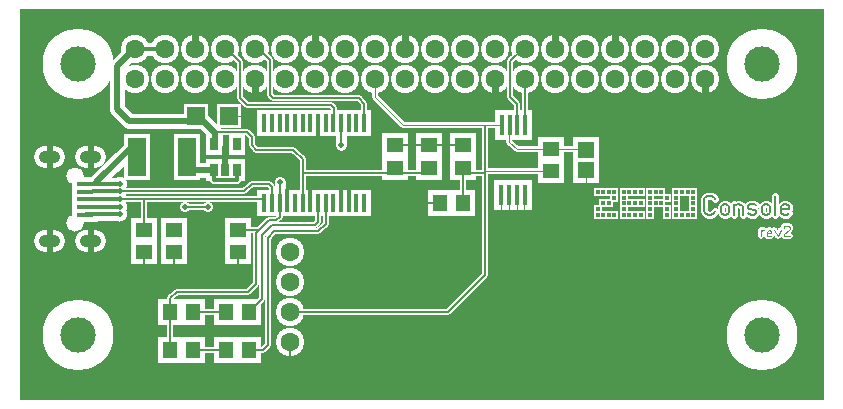
<source format=gbr>
%FSLAX34Y34*%
%MOMM*%
%LNCOPPER_TOP*%
G71*
G01*
%ADD10C, 0.00*%
%ADD11C, 6.00*%
%ADD12C, 2.40*%
%ADD13R, 1.22X2.12*%
%ADD14R, 1.45X1.86*%
%ADD15C, 0.30*%
%ADD16R, 2.30X4.00*%
%ADD17C, 1.30*%
%ADD18C, 0.90*%
%ADD19C, 1.10*%
%ADD20C, 0.95*%
%ADD21C, 1.30*%
%ADD22C, 0.50*%
%ADD23C, 0.70*%
%ADD24R, 1.22X2.58*%
%ADD25C, 0.55*%
%ADD26R, 2.10X2.20*%
%ADD27R, 2.20X2.10*%
%ADD28C, 0.15*%
%ADD29C, 0.10*%
%ADD30C, 0.60*%
%ADD31R, 0.70X0.70*%
%ADD32C, 0.51*%
%ADD33R, 2.00X2.00*%
%ADD34R, 1.80X1.80*%
%ADD35C, 1.85*%
%ADD36R, 2.20X1.20*%
%ADD37C, 1.46*%
%ADD38C, 1.47*%
%ADD39C, 0.53*%
%ADD40C, 3.00*%
%ADD41C, 1.60*%
%ADD42R, 0.42X1.32*%
%ADD43R, 0.65X1.06*%
%ADD44R, 1.50X3.20*%
%ADD45C, 0.50*%
%ADD46R, 0.42X1.78*%
%ADD47R, 1.30X1.40*%
%ADD48R, 1.40X1.30*%
%ADD49C, 0.20*%
%ADD50R, 0.30X0.30*%
%ADD51C, 0.11*%
%ADD52R, 1.60X1.60*%
%ADD53R, 1.40X1.40*%
%ADD54C, 1.05*%
%ADD55R, 1.40X0.40*%
%LPD*%
G54D10*
X0Y1000000D02*
X680000Y1000000D01*
X680000Y670000D01*
X0Y670000D01*
X0Y1000000D01*
G36*
X0Y1000000D02*
X680000Y1000000D01*
X680000Y670000D01*
X0Y670000D01*
X0Y1000000D01*
G37*
%LPC*%
X48816Y954088D02*
G54D11*
D03*
X628253Y724694D02*
G54D11*
D03*
X48816Y724694D02*
G54D11*
D03*
X628253Y954088D02*
G54D11*
D03*
X580231Y966788D02*
G54D12*
D03*
X580230Y941384D02*
G54D12*
D03*
X554831Y966788D02*
G54D12*
D03*
X554831Y941388D02*
G54D12*
D03*
X529431Y966788D02*
G54D12*
D03*
X529431Y941388D02*
G54D12*
D03*
X504030Y966784D02*
G54D12*
D03*
X504031Y941388D02*
G54D12*
D03*
X478631Y966788D02*
G54D12*
D03*
X478631Y941388D02*
G54D12*
D03*
X453230Y966784D02*
G54D12*
D03*
X453231Y941388D02*
G54D12*
D03*
X427831Y966788D02*
G54D12*
D03*
X427831Y941388D02*
G54D12*
D03*
X402431Y966788D02*
G54D12*
D03*
X402430Y941384D02*
G54D12*
D03*
X377031Y966788D02*
G54D12*
D03*
X377031Y941388D02*
G54D12*
D03*
X351631Y966788D02*
G54D12*
D03*
X351631Y941388D02*
G54D12*
D03*
X326230Y966784D02*
G54D12*
D03*
X326231Y941388D02*
G54D12*
D03*
X300831Y966788D02*
G54D12*
D03*
X300831Y941388D02*
G54D12*
D03*
X275431Y966788D02*
G54D12*
D03*
X275431Y941388D02*
G54D12*
D03*
X250030Y966784D02*
G54D12*
D03*
X250031Y941388D02*
G54D12*
D03*
X224631Y966788D02*
G54D12*
D03*
X224631Y941388D02*
G54D12*
D03*
X199231Y966788D02*
G54D12*
D03*
X199230Y941384D02*
G54D12*
D03*
X173831Y966788D02*
G54D12*
D03*
X173831Y941388D02*
G54D12*
D03*
X148430Y966784D02*
G54D12*
D03*
X123031Y966788D02*
G54D12*
D03*
X97631Y966788D02*
G54D12*
D03*
X148431Y941388D02*
G54D12*
D03*
X123031Y941388D02*
G54D12*
D03*
X97631Y941388D02*
G54D12*
D03*
X291272Y835606D02*
G54D13*
D03*
X284772Y835606D02*
G54D13*
D03*
X278272Y835606D02*
G54D13*
D03*
X271772Y835606D02*
G54D13*
D03*
X265272Y835606D02*
G54D13*
D03*
X258772Y835606D02*
G54D13*
D03*
X252272Y835606D02*
G54D13*
D03*
X245772Y835606D02*
G54D13*
D03*
X239272Y835606D02*
G54D13*
D03*
X232772Y835606D02*
G54D13*
D03*
X226272Y835606D02*
G54D13*
D03*
X219772Y835606D02*
G54D13*
D03*
X213272Y835606D02*
G54D13*
D03*
X206772Y835606D02*
G54D13*
D03*
X291272Y904478D02*
G54D13*
D03*
X284772Y904478D02*
G54D13*
D03*
X278272Y904478D02*
G54D13*
D03*
X271772Y904478D02*
G54D13*
D03*
X265272Y904478D02*
G54D13*
D03*
X258772Y904478D02*
G54D13*
D03*
X252272Y904478D02*
G54D13*
D03*
X245772Y904478D02*
G54D13*
D03*
X239272Y904478D02*
G54D13*
D03*
X232772Y904478D02*
G54D13*
D03*
X226272Y904478D02*
G54D13*
D03*
X219772Y904478D02*
G54D13*
D03*
X213272Y904478D02*
G54D13*
D03*
X206772Y904478D02*
G54D13*
D03*
X291272Y903684D02*
G54D13*
D03*
X284772Y903684D02*
G54D13*
D03*
X278272Y903684D02*
G54D13*
D03*
X271772Y903684D02*
G54D13*
D03*
X265272Y903684D02*
G54D13*
D03*
X258772Y903684D02*
G54D13*
D03*
X252272Y903684D02*
G54D13*
D03*
X245772Y903684D02*
G54D13*
D03*
X239272Y903684D02*
G54D13*
D03*
X232772Y903684D02*
G54D13*
D03*
X226272Y903684D02*
G54D13*
D03*
X219772Y903684D02*
G54D13*
D03*
X213272Y903684D02*
G54D13*
D03*
X206772Y903684D02*
G54D13*
D03*
X291272Y836400D02*
G54D13*
D03*
X284772Y836400D02*
G54D13*
D03*
X278272Y836400D02*
G54D13*
D03*
X271772Y836400D02*
G54D13*
D03*
X265272Y836400D02*
G54D13*
D03*
X258772Y836400D02*
G54D13*
D03*
X252272Y836400D02*
G54D13*
D03*
X245772Y836400D02*
G54D13*
D03*
X239272Y836400D02*
G54D13*
D03*
X232772Y836400D02*
G54D13*
D03*
X226272Y836400D02*
G54D13*
D03*
X219772Y836400D02*
G54D13*
D03*
X213272Y836400D02*
G54D13*
D03*
X206772Y836400D02*
G54D13*
D03*
X291272Y836797D02*
G54D13*
D03*
X284772Y836797D02*
G54D13*
D03*
X278272Y836797D02*
G54D13*
D03*
X271772Y836797D02*
G54D13*
D03*
X265272Y836797D02*
G54D13*
D03*
X258772Y836797D02*
G54D13*
D03*
X252272Y836797D02*
G54D13*
D03*
X245772Y836797D02*
G54D13*
D03*
X239272Y836797D02*
G54D13*
D03*
X232772Y836797D02*
G54D13*
D03*
X226272Y836797D02*
G54D13*
D03*
X219772Y836797D02*
G54D13*
D03*
X213272Y836797D02*
G54D13*
D03*
X206772Y836797D02*
G54D13*
D03*
X291272Y903287D02*
G54D13*
D03*
X284772Y903288D02*
G54D13*
D03*
X278272Y903288D02*
G54D13*
D03*
X271772Y903288D02*
G54D13*
D03*
X265272Y903288D02*
G54D13*
D03*
X258772Y903288D02*
G54D13*
D03*
X252272Y903288D02*
G54D13*
D03*
X245772Y903287D02*
G54D13*
D03*
X239272Y903288D02*
G54D13*
D03*
X232772Y903288D02*
G54D13*
D03*
X226272Y903288D02*
G54D13*
D03*
X219772Y903288D02*
G54D13*
D03*
X213272Y903288D02*
G54D13*
D03*
X206772Y903288D02*
G54D13*
D03*
X164306Y886420D02*
G54D14*
D03*
X183356Y886420D02*
G54D14*
D03*
X164306Y864394D02*
G54D14*
D03*
X173831Y864394D02*
G54D14*
D03*
X183356Y864394D02*
G54D14*
D03*
G54D15*
X252214Y896739D02*
X252214Y892770D01*
G54D15*
X226219Y843359D02*
X226219Y847328D01*
G54D15*
X271859Y843359D02*
X271859Y847328D01*
G54D15*
X278408Y843359D02*
X278408Y847328D01*
G54D15*
X245864Y843359D02*
X245864Y847328D01*
G54D15*
X60523Y826492D02*
X55562Y826492D01*
X141288Y875506D02*
G54D16*
D03*
X99219Y875506D02*
G54D16*
D03*
X84733Y845939D02*
G54D17*
D03*
X84733Y839391D02*
G54D17*
D03*
X271859Y885627D02*
G54D18*
D03*
X219869Y853678D02*
G54D18*
D03*
X84733Y852488D02*
G54D17*
D03*
X84733Y833041D02*
G54D17*
D03*
X84733Y826492D02*
G54D17*
D03*
G54D19*
X84733Y852488D02*
X61912Y852488D01*
G54D19*
X84733Y845939D02*
X61714Y845939D01*
G54D19*
X84733Y839391D02*
X61714Y839391D01*
G54D19*
X84733Y833041D02*
X61714Y833041D01*
G54D19*
X84733Y826492D02*
X61714Y826492D01*
G54D20*
X271859Y885627D02*
X271859Y896541D01*
G54D20*
X219869Y853678D02*
X219869Y842962D01*
G54D21*
X99219Y888206D02*
X64691Y853678D01*
G54D21*
X164306Y864394D02*
X149225Y864394D01*
G54D22*
X173831Y869752D02*
X173831Y873919D01*
G54D23*
X164306Y859234D02*
X164306Y855266D01*
X183356Y855266D01*
X183356Y859234D01*
G54D19*
X123031Y966788D02*
X97631Y966788D01*
G54D21*
X97631Y966788D02*
X96044Y966788D01*
X81756Y952500D01*
X81756Y915988D01*
X92075Y905669D01*
X154781Y905669D01*
X165100Y895350D01*
X165100Y887214D01*
X164306Y886420D01*
X407988Y902494D02*
G54D24*
D03*
X414487Y902494D02*
G54D24*
D03*
X407591Y843147D02*
G54D24*
D03*
X414091Y843147D02*
G54D24*
D03*
X420591Y843147D02*
G54D24*
D03*
X427091Y843147D02*
G54D24*
D03*
X420988Y902494D02*
G54D24*
D03*
X427488Y902494D02*
G54D24*
D03*
G54D25*
X165100Y896144D02*
X192088Y896144D01*
X196056Y892175D01*
X196056Y885031D01*
X200025Y881062D01*
X231378Y881062D01*
X239316Y873125D01*
X239316Y842169D01*
G54D25*
X84733Y845939D02*
X189508Y845939D01*
X196056Y852488D01*
X210741Y852488D01*
X213122Y850106D01*
X213122Y841772D01*
G54D25*
X84733Y839391D02*
X207169Y839391D01*
G54D25*
X173831Y966788D02*
X175022Y966788D01*
X186531Y955278D01*
X186531Y924719D01*
X192088Y919162D01*
X263128Y919162D01*
X265509Y916781D01*
X265509Y908447D01*
G54D25*
X199231Y966788D02*
X202009Y966788D01*
X211931Y956866D01*
X211931Y927497D01*
X214312Y925116D01*
X286544Y925116D01*
X291306Y920353D01*
X291306Y909241D01*
X193675Y743744D02*
G54D26*
D03*
X174675Y743744D02*
G54D26*
D03*
X193675Y711994D02*
G54D26*
D03*
X174675Y711994D02*
G54D26*
D03*
X146050Y711994D02*
G54D26*
D03*
X127050Y711994D02*
G54D26*
D03*
X146050Y743744D02*
G54D26*
D03*
X127050Y743744D02*
G54D26*
D03*
G54D25*
X258762Y831453D02*
X258762Y818753D01*
X252412Y812403D01*
X215106Y812403D01*
X209550Y806847D01*
X209550Y715566D01*
X205978Y711994D01*
X193675Y711994D01*
G54D25*
X252412Y830262D02*
X252412Y819944D01*
X250031Y817562D01*
X213519Y817562D01*
X204788Y808831D01*
X204788Y755253D01*
X198834Y749300D01*
G54D25*
X146050Y743744D02*
X174675Y743744D01*
G54D25*
X146050Y711994D02*
X174675Y711994D01*
G54D25*
X127050Y711994D02*
X127050Y743744D01*
G54D25*
X219869Y829866D02*
X219869Y824706D01*
X217091Y821928D01*
X210741Y821928D01*
X199628Y810816D01*
G54D25*
X127050Y743744D02*
X127050Y755303D01*
X132953Y761206D01*
X193278Y761206D01*
X199628Y767556D01*
X199628Y810816D01*
X139700Y832644D02*
G54D18*
D03*
X158750Y832644D02*
G54D18*
D03*
G54D25*
X139700Y832644D02*
X158750Y832644D01*
X317475Y885006D02*
G54D27*
D03*
X317475Y866006D02*
G54D27*
D03*
X346050Y885006D02*
G54D27*
D03*
X346050Y866006D02*
G54D27*
D03*
G54D25*
X346050Y861244D02*
X239738Y861244D01*
X239712Y861219D01*
G54D28*
X317475Y885006D02*
X374625Y885006D01*
X374625Y885006D02*
G54D27*
D03*
X374625Y866006D02*
G54D27*
D03*
X449238Y882229D02*
G54D27*
D03*
X449238Y863229D02*
G54D27*
D03*
G54D25*
X427831Y941388D02*
X427831Y902838D01*
X427488Y902494D01*
G54D25*
X427831Y966788D02*
X425847Y966788D01*
X415131Y956072D01*
X415131Y925909D01*
X421084Y919956D01*
X421084Y909638D01*
G54D25*
X228600Y743744D02*
X361950Y743744D01*
X393700Y775494D01*
X393675Y902072D01*
G54D25*
X374625Y861244D02*
X393675Y861244D01*
X393700Y861219D01*
X228600Y794544D02*
G54D12*
D03*
X228600Y769144D02*
G54D12*
D03*
X228600Y743744D02*
G54D12*
D03*
X228600Y718344D02*
G54D12*
D03*
G54D28*
X228600Y718344D02*
X228600Y703659D01*
G54D22*
X300831Y941388D02*
X300831Y925512D01*
X323850Y902494D01*
X407988Y902494D01*
G54D29*
X407591Y835422D02*
X407591Y829469D01*
G54D29*
X413941Y835422D02*
X413941Y829469D01*
G54D29*
X420688Y835422D02*
X420688Y829469D01*
G54D29*
X427038Y835819D02*
X427038Y829469D01*
X184175Y794569D02*
G54D27*
D03*
X184175Y813569D02*
G54D27*
D03*
G54D25*
X184175Y813569D02*
X201588Y813569D01*
X201612Y813594D01*
G54D28*
X184175Y794569D02*
X184175Y781869D01*
X184150Y781844D01*
X130200Y794569D02*
G54D27*
D03*
X130200Y813569D02*
G54D27*
D03*
X104800Y794569D02*
G54D27*
D03*
X104800Y813569D02*
G54D27*
D03*
X130200Y813569D02*
G54D18*
D03*
G54D25*
X104800Y813569D02*
X104800Y838969D01*
X104775Y838994D01*
G54D28*
X130200Y794569D02*
X130200Y781869D01*
X130175Y781844D01*
G54D28*
X104800Y794569D02*
X104800Y781869D01*
X104775Y781844D01*
G54D30*
X588641Y829294D02*
X587441Y827294D01*
X585041Y826294D01*
X582641Y826294D01*
X580241Y827294D01*
X579041Y829294D01*
X579041Y839294D01*
X580241Y841294D01*
X582641Y842294D01*
X585041Y842294D01*
X587441Y841294D01*
X588641Y839294D01*
G54D30*
X600241Y828694D02*
X600241Y832694D01*
X599041Y834694D01*
X596641Y835294D01*
X594241Y834694D01*
X593041Y832694D01*
X593041Y828694D01*
X594241Y826694D01*
X596641Y826294D01*
X599041Y826694D01*
X600241Y828694D01*
G54D30*
X604641Y826294D02*
X604641Y835294D01*
G54D30*
X604641Y833294D02*
X605841Y834694D01*
X608241Y835294D01*
X610641Y834694D01*
X611841Y833294D01*
X611841Y826294D01*
G54D30*
X616241Y827294D02*
X618641Y826294D01*
X621041Y826294D01*
X623441Y827294D01*
X623441Y829294D01*
X622241Y830294D01*
X617441Y831294D01*
X616241Y832294D01*
X616241Y834294D01*
X618641Y835294D01*
X621041Y835294D01*
X623441Y834294D01*
G54D30*
X635041Y828694D02*
X635041Y832694D01*
X633841Y834694D01*
X631441Y835294D01*
X629041Y834694D01*
X627841Y832694D01*
X627841Y828694D01*
X629041Y826694D01*
X631441Y826294D01*
X633841Y826694D01*
X635041Y828694D01*
G54D30*
X639441Y826294D02*
X639441Y842294D01*
G54D30*
X651041Y827294D02*
X649121Y826294D01*
X646721Y826294D01*
X644321Y827294D01*
X643841Y829294D01*
X643841Y832694D01*
X645041Y834694D01*
X647441Y835294D01*
X649841Y834694D01*
X651041Y833294D01*
X651041Y831294D01*
X643841Y831294D01*
X488950Y845344D02*
G54D31*
D03*
X498475Y845344D02*
G54D31*
D03*
X503238Y845344D02*
G54D31*
D03*
X503238Y840581D02*
G54D31*
D03*
X498475Y835819D02*
G54D31*
D03*
X488950Y831056D02*
G54D31*
D03*
X488950Y826294D02*
G54D31*
D03*
X498475Y826294D02*
G54D31*
D03*
X503238Y826294D02*
G54D31*
D03*
X511175Y826294D02*
G54D31*
D03*
X511175Y831056D02*
G54D31*
D03*
X511175Y835819D02*
G54D31*
D03*
X511175Y840581D02*
G54D31*
D03*
X511175Y845344D02*
G54D31*
D03*
X515938Y845344D02*
G54D31*
D03*
X520700Y845344D02*
G54D31*
D03*
X515938Y835819D02*
G54D31*
D03*
X520700Y835819D02*
G54D31*
D03*
X515938Y826294D02*
G54D31*
D03*
X520700Y826294D02*
G54D31*
D03*
X533400Y845344D02*
G54D31*
D03*
X533400Y840581D02*
G54D31*
D03*
X533400Y835819D02*
G54D31*
D03*
X533400Y831056D02*
G54D31*
D03*
X533400Y826294D02*
G54D31*
D03*
X538162Y845344D02*
G54D31*
D03*
X538162Y835819D02*
G54D31*
D03*
X547688Y840581D02*
G54D31*
D03*
X547688Y831056D02*
G54D31*
D03*
X547688Y826294D02*
G54D31*
D03*
X555625Y840581D02*
G54D31*
D03*
X555625Y835819D02*
G54D31*
D03*
X555625Y831056D02*
G54D31*
D03*
X560388Y826294D02*
G54D31*
D03*
X565150Y826294D02*
G54D31*
D03*
X569912Y831056D02*
G54D31*
D03*
X569912Y835819D02*
G54D31*
D03*
X569912Y840581D02*
G54D31*
D03*
X560388Y845344D02*
G54D31*
D03*
X565150Y845344D02*
G54D31*
D03*
G54D32*
X627062Y808038D02*
X627062Y813038D01*
G54D32*
X627062Y811926D02*
X628396Y813038D01*
X629729Y813038D01*
G54D32*
X636174Y808593D02*
X635107Y808038D01*
X633774Y808038D01*
X632440Y808593D01*
X632174Y809704D01*
X632174Y811593D01*
X632840Y812704D01*
X634174Y813038D01*
X635507Y812704D01*
X636174Y811926D01*
X636174Y810815D01*
X632174Y810815D01*
G54D32*
X638618Y813038D02*
X641284Y808038D01*
X643951Y813038D01*
G54D32*
X651728Y808038D02*
X646394Y808038D01*
X646394Y808593D01*
X647061Y809704D01*
X651061Y813038D01*
X651728Y814149D01*
X651728Y815260D01*
X651061Y816371D01*
X649728Y816926D01*
X648394Y816926D01*
X647061Y816371D01*
X646394Y815260D01*
X149225Y909638D02*
G54D33*
D03*
X177225Y909638D02*
G54D33*
D03*
G54D29*
X177225Y909638D02*
X190500Y909638D01*
X555625Y845344D02*
G54D31*
D03*
X569912Y845344D02*
G54D31*
D03*
X569912Y826294D02*
G54D31*
D03*
X555625Y826294D02*
G54D31*
D03*
X493712Y845344D02*
G54D31*
D03*
X493712Y835819D02*
G54D31*
D03*
X493712Y826294D02*
G54D31*
D03*
X525462Y845344D02*
G54D31*
D03*
X525462Y835819D02*
G54D31*
D03*
X525462Y826294D02*
G54D31*
D03*
X542925Y845344D02*
G54D31*
D03*
X542925Y835819D02*
G54D31*
D03*
G54D25*
X374650Y835819D02*
X374650Y864394D01*
G54D28*
X355600Y835819D02*
X342900Y835819D01*
X355600Y835819D02*
G54D26*
D03*
X374600Y835819D02*
G54D26*
D03*
G54D22*
X449238Y863229D02*
X394123Y863229D01*
X393700Y862806D01*
G54D22*
X479401Y882229D02*
X420315Y882229D01*
X414338Y888206D01*
X414338Y896144D01*
X479401Y882229D02*
G54D27*
D03*
X479401Y863229D02*
G54D27*
D03*
G54D29*
X479401Y863229D02*
X479401Y848543D01*
X479425Y848519D01*
X479425Y880666D02*
G54D34*
D03*
X479425Y863997D02*
G54D34*
D03*
X21034Y875109D02*
G54D35*
D03*
X28972Y875109D02*
G54D35*
D03*
X28972Y803672D02*
G54D35*
D03*
X21034Y803672D02*
G54D35*
D03*
X63500Y875109D02*
G54D35*
D03*
X55562Y875109D02*
G54D35*
D03*
X63500Y803672D02*
G54D35*
D03*
X55562Y803672D02*
G54D35*
D03*
X59531Y875109D02*
G54D35*
D03*
X59531Y803672D02*
G54D35*
D03*
X25003Y803672D02*
G54D35*
D03*
X25003Y875109D02*
G54D35*
D03*
X54777Y839390D02*
G54D36*
D03*
X54777Y832890D02*
G54D36*
D03*
X54777Y826390D02*
G54D36*
D03*
X54777Y845890D02*
G54D36*
D03*
X54777Y852390D02*
G54D36*
D03*
X46236Y859433D02*
G54D37*
D03*
X46236Y819348D02*
G54D37*
D03*
X63302Y875109D02*
G54D35*
D03*
X63103Y875109D02*
G54D35*
D03*
X62905Y875109D02*
G54D35*
D03*
X62706Y875109D02*
G54D35*
D03*
X62508Y875109D02*
G54D35*
D03*
X62309Y875109D02*
G54D35*
D03*
X62111Y875109D02*
G54D35*
D03*
X61912Y875109D02*
G54D35*
D03*
X61714Y875109D02*
G54D35*
D03*
X61516Y875109D02*
G54D35*
D03*
X61317Y875109D02*
G54D35*
D03*
X61119Y875109D02*
G54D35*
D03*
X60920Y875109D02*
G54D35*
D03*
X60722Y875109D02*
G54D35*
D03*
X60523Y875109D02*
G54D35*
D03*
X60325Y875109D02*
G54D35*
D03*
X60127Y875109D02*
G54D35*
D03*
X59928Y875109D02*
G54D35*
D03*
X59730Y875109D02*
G54D35*
D03*
X59333Y875109D02*
G54D35*
D03*
X59134Y875109D02*
G54D35*
D03*
X58936Y875109D02*
G54D35*
D03*
X58738Y875109D02*
G54D35*
D03*
X58539Y875109D02*
G54D35*
D03*
X58341Y875109D02*
G54D35*
D03*
X58142Y875109D02*
G54D35*
D03*
X57944Y875109D02*
G54D35*
D03*
X57745Y875109D02*
G54D35*
D03*
X57547Y875109D02*
G54D35*
D03*
X57348Y875109D02*
G54D35*
D03*
X57150Y875109D02*
G54D35*
D03*
X55761Y875109D02*
G54D35*
D03*
X55959Y875109D02*
G54D35*
D03*
X56158Y875109D02*
G54D35*
D03*
X56356Y875109D02*
G54D35*
D03*
X56555Y875109D02*
G54D35*
D03*
X56753Y875109D02*
G54D35*
D03*
X63302Y803672D02*
G54D35*
D03*
X63103Y803672D02*
G54D35*
D03*
X62905Y803672D02*
G54D35*
D03*
X62706Y803672D02*
G54D35*
D03*
X62508Y803672D02*
G54D35*
D03*
X62309Y803672D02*
G54D35*
D03*
X62111Y803672D02*
G54D35*
D03*
X61912Y803672D02*
G54D35*
D03*
X61714Y803672D02*
G54D35*
D03*
X61516Y803672D02*
G54D35*
D03*
X61317Y803672D02*
G54D35*
D03*
X61119Y803672D02*
G54D35*
D03*
X60920Y803672D02*
G54D35*
D03*
X60722Y803672D02*
G54D35*
D03*
X60523Y803672D02*
G54D35*
D03*
X60325Y803672D02*
G54D35*
D03*
X60127Y803672D02*
G54D35*
D03*
X59928Y803672D02*
G54D35*
D03*
X55761Y803672D02*
G54D35*
D03*
X55959Y803672D02*
G54D35*
D03*
X56158Y803672D02*
G54D35*
D03*
X56356Y803672D02*
G54D35*
D03*
X56555Y803672D02*
G54D35*
D03*
X56753Y803672D02*
G54D35*
D03*
X56952Y803672D02*
G54D35*
D03*
X57150Y803672D02*
G54D35*
D03*
X57348Y803672D02*
G54D35*
D03*
X57547Y803672D02*
G54D35*
D03*
X57745Y803672D02*
G54D35*
D03*
X57944Y803672D02*
G54D35*
D03*
X58142Y803672D02*
G54D35*
D03*
X58341Y803672D02*
G54D35*
D03*
X58539Y803672D02*
G54D35*
D03*
X58539Y803672D02*
G54D35*
D03*
X58738Y803672D02*
G54D35*
D03*
X58936Y803672D02*
G54D35*
D03*
X59134Y803672D02*
G54D35*
D03*
X28972Y875109D02*
G54D35*
D03*
X21034Y875109D02*
G54D35*
D03*
X25003Y875109D02*
G54D35*
D03*
X28773Y875109D02*
G54D35*
D03*
X28575Y875109D02*
G54D35*
D03*
X28377Y875109D02*
G54D35*
D03*
X28178Y875109D02*
G54D35*
D03*
X27980Y875109D02*
G54D35*
D03*
X27781Y875109D02*
G54D35*
D03*
X27583Y875109D02*
G54D35*
D03*
X27384Y875109D02*
G54D35*
D03*
X27186Y875109D02*
G54D35*
D03*
X26988Y875109D02*
G54D35*
D03*
X26789Y875109D02*
G54D35*
D03*
X26591Y875109D02*
G54D35*
D03*
X26392Y875109D02*
G54D35*
D03*
X26194Y875109D02*
G54D35*
D03*
X25995Y875109D02*
G54D35*
D03*
X25797Y875109D02*
G54D35*
D03*
X25598Y875109D02*
G54D35*
D03*
X25400Y875109D02*
G54D35*
D03*
X25202Y875109D02*
G54D35*
D03*
X24805Y875109D02*
G54D35*
D03*
X24606Y875109D02*
G54D35*
D03*
X24408Y875109D02*
G54D35*
D03*
X24209Y875109D02*
G54D35*
D03*
X24011Y875109D02*
G54D35*
D03*
X23812Y875109D02*
G54D35*
D03*
X23614Y875109D02*
G54D35*
D03*
X23416Y875109D02*
G54D35*
D03*
X23217Y875109D02*
G54D35*
D03*
X23019Y875109D02*
G54D35*
D03*
X22820Y875109D02*
G54D35*
D03*
X22622Y875109D02*
G54D35*
D03*
X21233Y875109D02*
G54D35*
D03*
X21431Y875109D02*
G54D35*
D03*
X21630Y875109D02*
G54D35*
D03*
X21828Y875109D02*
G54D35*
D03*
X22027Y875109D02*
G54D35*
D03*
X22225Y875109D02*
G54D35*
D03*
X28972Y803672D02*
G54D35*
D03*
X21034Y803672D02*
G54D35*
D03*
X25003Y803672D02*
G54D35*
D03*
X28773Y803672D02*
G54D35*
D03*
X28575Y803672D02*
G54D35*
D03*
X28377Y803672D02*
G54D35*
D03*
X28178Y803672D02*
G54D35*
D03*
X27980Y803672D02*
G54D35*
D03*
X27781Y803672D02*
G54D35*
D03*
X27583Y803672D02*
G54D35*
D03*
X27384Y803672D02*
G54D35*
D03*
X27186Y803672D02*
G54D35*
D03*
X26988Y803672D02*
G54D35*
D03*
X26789Y803672D02*
G54D35*
D03*
X26591Y803672D02*
G54D35*
D03*
X26392Y803672D02*
G54D35*
D03*
X26194Y803672D02*
G54D35*
D03*
X25995Y803672D02*
G54D35*
D03*
X25797Y803672D02*
G54D35*
D03*
X25598Y803672D02*
G54D35*
D03*
X25400Y803672D02*
G54D35*
D03*
X21233Y803672D02*
G54D35*
D03*
X21431Y803672D02*
G54D35*
D03*
X21630Y803672D02*
G54D35*
D03*
X21828Y803672D02*
G54D35*
D03*
X22027Y803672D02*
G54D35*
D03*
X22225Y803672D02*
G54D35*
D03*
X22423Y803672D02*
G54D35*
D03*
X22622Y803672D02*
G54D35*
D03*
X22820Y803672D02*
G54D35*
D03*
X23019Y803672D02*
G54D35*
D03*
X23217Y803672D02*
G54D35*
D03*
X23416Y803672D02*
G54D35*
D03*
X23614Y803672D02*
G54D35*
D03*
X23812Y803672D02*
G54D35*
D03*
X24011Y803672D02*
G54D35*
D03*
X24011Y803672D02*
G54D35*
D03*
X24209Y803672D02*
G54D35*
D03*
X24408Y803672D02*
G54D35*
D03*
X24606Y803672D02*
G54D35*
D03*
G54D22*
X25400Y885031D02*
X25400Y865981D01*
G54D22*
X25400Y794544D02*
X25400Y813594D01*
G54D22*
X60325Y794544D02*
X60325Y813594D01*
G54D22*
X60325Y885031D02*
X60325Y864394D01*
X21828Y875109D02*
G54D35*
D03*
X22622Y875109D02*
G54D35*
D03*
X23416Y875109D02*
G54D35*
D03*
X24209Y875109D02*
G54D35*
D03*
X25003Y875109D02*
G54D35*
D03*
X25797Y875109D02*
G54D35*
D03*
X26591Y875109D02*
G54D35*
D03*
X27384Y875109D02*
G54D35*
D03*
X28178Y875109D02*
G54D35*
D03*
X56356Y875109D02*
G54D35*
D03*
X57150Y875109D02*
G54D35*
D03*
X57944Y875109D02*
G54D35*
D03*
X58738Y875109D02*
G54D35*
D03*
X59531Y875109D02*
G54D35*
D03*
X60325Y875109D02*
G54D35*
D03*
X61119Y875109D02*
G54D35*
D03*
X61912Y875109D02*
G54D35*
D03*
X62706Y875109D02*
G54D35*
D03*
X63500Y875109D02*
G54D35*
D03*
X28972Y875109D02*
G54D35*
D03*
X21034Y803672D02*
G54D35*
D03*
X21828Y803672D02*
G54D35*
D03*
X22622Y803672D02*
G54D35*
D03*
X23416Y803672D02*
G54D35*
D03*
X24209Y803672D02*
G54D35*
D03*
X25003Y803672D02*
G54D35*
D03*
X25797Y803672D02*
G54D35*
D03*
X26591Y803672D02*
G54D35*
D03*
X27384Y803672D02*
G54D35*
D03*
X28178Y803672D02*
G54D35*
D03*
X28972Y803672D02*
G54D35*
D03*
X55562Y803672D02*
G54D35*
D03*
X56356Y803672D02*
G54D35*
D03*
X57150Y803672D02*
G54D35*
D03*
X57944Y803672D02*
G54D35*
D03*
X58738Y803672D02*
G54D35*
D03*
X59531Y803672D02*
G54D35*
D03*
X60325Y803672D02*
G54D35*
D03*
X61119Y803672D02*
G54D35*
D03*
X61912Y803672D02*
G54D35*
D03*
X62706Y803672D02*
G54D35*
D03*
X63500Y803672D02*
G54D35*
D03*
X21034Y875109D02*
G54D35*
D03*
X28972Y875109D02*
G54D35*
D03*
X55562Y875109D02*
G54D35*
D03*
X46236Y859433D02*
G54D38*
D03*
X46236Y819348D02*
G54D38*
D03*
%LPD*%
G54D39*
G36*
X582897Y941384D02*
X582897Y928884D01*
X577563Y928884D01*
X577563Y941384D01*
X582897Y941384D01*
G37*
G54D39*
G36*
X501363Y966784D02*
X501363Y979284D01*
X506697Y979284D01*
X506697Y966784D01*
X501363Y966784D01*
G37*
G54D39*
G36*
X450563Y966784D02*
X450563Y979284D01*
X455897Y979284D01*
X455897Y966784D01*
X450563Y966784D01*
G37*
G54D39*
G36*
X405097Y941384D02*
X405097Y928884D01*
X399763Y928884D01*
X399763Y941384D01*
X405097Y941384D01*
G37*
G54D39*
G36*
X323563Y966784D02*
X323563Y979284D01*
X328897Y979284D01*
X328897Y966784D01*
X323563Y966784D01*
G37*
G54D39*
G36*
X247363Y966784D02*
X247363Y979284D01*
X252697Y979284D01*
X252697Y966784D01*
X247363Y966784D01*
G37*
G54D39*
G36*
X201897Y941384D02*
X201897Y928884D01*
X196563Y928884D01*
X196563Y941384D01*
X201897Y941384D01*
G37*
G54D39*
G36*
X145763Y966784D02*
X145763Y979284D01*
X151097Y979284D01*
X151097Y966784D01*
X145763Y966784D01*
G37*
X48816Y954088D02*
G54D40*
D03*
X628253Y724694D02*
G54D40*
D03*
X48816Y724694D02*
G54D40*
D03*
X628253Y954088D02*
G54D40*
D03*
X580231Y966788D02*
G54D41*
D03*
X580230Y941384D02*
G54D41*
D03*
X554831Y966788D02*
G54D41*
D03*
X554831Y941388D02*
G54D41*
D03*
X529431Y966788D02*
G54D41*
D03*
X529431Y941388D02*
G54D41*
D03*
X504030Y966784D02*
G54D41*
D03*
X504031Y941388D02*
G54D41*
D03*
X478631Y966788D02*
G54D41*
D03*
X478631Y941388D02*
G54D41*
D03*
X453230Y966784D02*
G54D41*
D03*
X453231Y941388D02*
G54D41*
D03*
X427831Y966788D02*
G54D41*
D03*
X427831Y941388D02*
G54D41*
D03*
X402431Y966788D02*
G54D41*
D03*
X402430Y941384D02*
G54D41*
D03*
X377031Y966788D02*
G54D41*
D03*
X377031Y941388D02*
G54D41*
D03*
X351631Y966788D02*
G54D41*
D03*
X351631Y941388D02*
G54D41*
D03*
X326230Y966784D02*
G54D41*
D03*
X326231Y941388D02*
G54D41*
D03*
X300831Y966788D02*
G54D41*
D03*
X300831Y941388D02*
G54D41*
D03*
X275431Y966788D02*
G54D41*
D03*
X275431Y941388D02*
G54D41*
D03*
X250030Y966784D02*
G54D41*
D03*
X250031Y941388D02*
G54D41*
D03*
X224631Y966788D02*
G54D41*
D03*
X224631Y941388D02*
G54D41*
D03*
X199231Y966788D02*
G54D41*
D03*
X199230Y941384D02*
G54D41*
D03*
X173831Y966788D02*
G54D41*
D03*
X173831Y941388D02*
G54D41*
D03*
X148430Y966784D02*
G54D41*
D03*
X123031Y966788D02*
G54D41*
D03*
X97631Y966788D02*
G54D41*
D03*
X148431Y941388D02*
G54D41*
D03*
X123031Y941388D02*
G54D41*
D03*
X97631Y941388D02*
G54D41*
D03*
X291272Y835606D02*
G54D42*
D03*
X284772Y835606D02*
G54D42*
D03*
X278272Y835606D02*
G54D42*
D03*
X271772Y835606D02*
G54D42*
D03*
X265272Y835606D02*
G54D42*
D03*
X258772Y835606D02*
G54D42*
D03*
X252272Y835606D02*
G54D42*
D03*
X245772Y835606D02*
G54D42*
D03*
X239272Y835606D02*
G54D42*
D03*
X232772Y835606D02*
G54D42*
D03*
X226272Y835606D02*
G54D42*
D03*
X219772Y835606D02*
G54D42*
D03*
X213272Y835606D02*
G54D42*
D03*
X206772Y835606D02*
G54D42*
D03*
X291272Y904478D02*
G54D42*
D03*
X284772Y904478D02*
G54D42*
D03*
X278272Y904478D02*
G54D42*
D03*
X271772Y904478D02*
G54D42*
D03*
X265272Y904478D02*
G54D42*
D03*
X258772Y904478D02*
G54D42*
D03*
X252272Y904478D02*
G54D42*
D03*
X245772Y904478D02*
G54D42*
D03*
X239272Y904478D02*
G54D42*
D03*
X232772Y904478D02*
G54D42*
D03*
X226272Y904478D02*
G54D42*
D03*
X219772Y904478D02*
G54D42*
D03*
X213272Y904478D02*
G54D42*
D03*
X206772Y904478D02*
G54D42*
D03*
X291272Y903684D02*
G54D42*
D03*
X284772Y903684D02*
G54D42*
D03*
X278272Y903684D02*
G54D42*
D03*
X271772Y903684D02*
G54D42*
D03*
X265272Y903684D02*
G54D42*
D03*
X258772Y903684D02*
G54D42*
D03*
X252272Y903684D02*
G54D42*
D03*
X245772Y903684D02*
G54D42*
D03*
X239272Y903684D02*
G54D42*
D03*
X232772Y903684D02*
G54D42*
D03*
X226272Y903684D02*
G54D42*
D03*
X219772Y903684D02*
G54D42*
D03*
X213272Y903684D02*
G54D42*
D03*
X206772Y903684D02*
G54D42*
D03*
X291272Y836400D02*
G54D42*
D03*
X284772Y836400D02*
G54D42*
D03*
X278272Y836400D02*
G54D42*
D03*
X271772Y836400D02*
G54D42*
D03*
X265272Y836400D02*
G54D42*
D03*
X258772Y836400D02*
G54D42*
D03*
X252272Y836400D02*
G54D42*
D03*
X245772Y836400D02*
G54D42*
D03*
X239272Y836400D02*
G54D42*
D03*
X232772Y836400D02*
G54D42*
D03*
X226272Y836400D02*
G54D42*
D03*
X219772Y836400D02*
G54D42*
D03*
X213272Y836400D02*
G54D42*
D03*
X206772Y836400D02*
G54D42*
D03*
X291272Y836797D02*
G54D42*
D03*
X284772Y836797D02*
G54D42*
D03*
X278272Y836797D02*
G54D42*
D03*
X271772Y836797D02*
G54D42*
D03*
X265272Y836797D02*
G54D42*
D03*
X258772Y836797D02*
G54D42*
D03*
X252272Y836797D02*
G54D42*
D03*
X245772Y836797D02*
G54D42*
D03*
X239272Y836797D02*
G54D42*
D03*
X232772Y836797D02*
G54D42*
D03*
X226272Y836797D02*
G54D42*
D03*
X219772Y836797D02*
G54D42*
D03*
X213272Y836797D02*
G54D42*
D03*
X206772Y836797D02*
G54D42*
D03*
X291272Y903287D02*
G54D42*
D03*
X284772Y903288D02*
G54D42*
D03*
X278272Y903288D02*
G54D42*
D03*
X271772Y903288D02*
G54D42*
D03*
X265272Y903288D02*
G54D42*
D03*
X258772Y903288D02*
G54D42*
D03*
X252272Y903288D02*
G54D42*
D03*
X245772Y903287D02*
G54D42*
D03*
X239272Y903288D02*
G54D42*
D03*
X232772Y903288D02*
G54D42*
D03*
X226272Y903288D02*
G54D42*
D03*
X219772Y903288D02*
G54D42*
D03*
X213272Y903288D02*
G54D42*
D03*
X206772Y903288D02*
G54D42*
D03*
X164306Y886420D02*
G54D43*
D03*
X183356Y886420D02*
G54D43*
D03*
X164306Y864394D02*
G54D43*
D03*
X173831Y864394D02*
G54D43*
D03*
X183356Y864394D02*
G54D43*
D03*
G54D15*
X252214Y896739D02*
X252214Y892770D01*
G54D15*
X226219Y843359D02*
X226219Y847328D01*
G54D15*
X271859Y843359D02*
X271859Y847328D01*
G54D15*
X278408Y843359D02*
X278408Y847328D01*
G54D15*
X245864Y843359D02*
X245864Y847328D01*
G54D15*
X60523Y826492D02*
X55562Y826492D01*
X141288Y875506D02*
G54D44*
D03*
X99219Y875506D02*
G54D44*
D03*
X84733Y845939D02*
G54D45*
D03*
X84733Y839391D02*
G54D45*
D03*
X271859Y885627D02*
G54D45*
D03*
X219869Y853678D02*
G54D45*
D03*
X84733Y852488D02*
G54D45*
D03*
X84733Y833041D02*
G54D45*
D03*
X84733Y826492D02*
G54D45*
D03*
G54D15*
X84733Y852488D02*
X61912Y852488D01*
G54D15*
X84733Y845939D02*
X61714Y845939D01*
G54D15*
X84733Y839391D02*
X61714Y839391D01*
G54D15*
X84733Y833041D02*
X61714Y833041D01*
G54D15*
X84733Y826492D02*
X61714Y826492D01*
G54D28*
X271859Y885627D02*
X271859Y896541D01*
G54D28*
X219869Y853678D02*
X219869Y842962D01*
G54D22*
X99219Y888206D02*
X64691Y853678D01*
G54D22*
X164306Y864394D02*
X149225Y864394D01*
G54D22*
X173831Y869752D02*
X173831Y873919D01*
G54D15*
X164306Y859234D02*
X164306Y855266D01*
X183356Y855266D01*
X183356Y859234D01*
G54D15*
X123031Y966788D02*
X97631Y966788D01*
G54D22*
X97631Y966788D02*
X96044Y966788D01*
X81756Y952500D01*
X81756Y915988D01*
X92075Y905669D01*
X154781Y905669D01*
X165100Y895350D01*
X165100Y887214D01*
X164306Y886420D01*
X407988Y902494D02*
G54D46*
D03*
X414487Y902494D02*
G54D46*
D03*
X407591Y843147D02*
G54D46*
D03*
X414091Y843147D02*
G54D46*
D03*
X420591Y843147D02*
G54D46*
D03*
X427091Y843147D02*
G54D46*
D03*
X420988Y902494D02*
G54D46*
D03*
X427488Y902494D02*
G54D46*
D03*
G54D28*
X165100Y896144D02*
X192088Y896144D01*
X196056Y892175D01*
X196056Y885031D01*
X200025Y881062D01*
X231378Y881062D01*
X239316Y873125D01*
X239316Y842169D01*
G54D28*
X84733Y845939D02*
X189508Y845939D01*
X196056Y852488D01*
X210741Y852488D01*
X213122Y850106D01*
X213122Y841772D01*
G54D28*
X84733Y839391D02*
X207169Y839391D01*
G54D28*
X173831Y966788D02*
X175022Y966788D01*
X186531Y955278D01*
X186531Y924719D01*
X192088Y919162D01*
X263128Y919162D01*
X265509Y916781D01*
X265509Y908447D01*
G54D28*
X199231Y966788D02*
X202009Y966788D01*
X211931Y956866D01*
X211931Y927497D01*
X214312Y925116D01*
X286544Y925116D01*
X291306Y920353D01*
X291306Y909241D01*
X193675Y743744D02*
G54D47*
D03*
X174675Y743744D02*
G54D47*
D03*
X193675Y711994D02*
G54D47*
D03*
X174675Y711994D02*
G54D47*
D03*
X146050Y711994D02*
G54D47*
D03*
X127050Y711994D02*
G54D47*
D03*
X146050Y743744D02*
G54D47*
D03*
X127050Y743744D02*
G54D47*
D03*
G54D28*
X258762Y831453D02*
X258762Y818753D01*
X252412Y812403D01*
X215106Y812403D01*
X209550Y806847D01*
X209550Y715566D01*
X205978Y711994D01*
X193675Y711994D01*
G54D28*
X252412Y830262D02*
X252412Y819944D01*
X250031Y817562D01*
X213519Y817562D01*
X204788Y808831D01*
X204788Y755253D01*
X198834Y749300D01*
G54D28*
X146050Y743744D02*
X174675Y743744D01*
G54D28*
X146050Y711994D02*
X174675Y711994D01*
G54D28*
X127050Y711994D02*
X127050Y743744D01*
G54D28*
X219869Y829866D02*
X219869Y824706D01*
X217091Y821928D01*
X210741Y821928D01*
X199628Y810816D01*
G54D28*
X127050Y743744D02*
X127050Y755303D01*
X132953Y761206D01*
X193278Y761206D01*
X199628Y767556D01*
X199628Y810816D01*
X139700Y832644D02*
G54D45*
D03*
X158750Y832644D02*
G54D45*
D03*
G54D28*
X139700Y832644D02*
X158750Y832644D01*
X317475Y885006D02*
G54D48*
D03*
X317475Y866006D02*
G54D48*
D03*
X346050Y885006D02*
G54D48*
D03*
X346050Y866006D02*
G54D48*
D03*
G54D28*
X346050Y861244D02*
X239738Y861244D01*
X239712Y861219D01*
G54D28*
X317475Y885006D02*
X374625Y885006D01*
X374625Y885006D02*
G54D48*
D03*
X374625Y866006D02*
G54D48*
D03*
X449238Y882229D02*
G54D48*
D03*
X449238Y863229D02*
G54D48*
D03*
G54D28*
X427831Y941388D02*
X427831Y902838D01*
X427488Y902494D01*
G54D28*
X427831Y966788D02*
X425847Y966788D01*
X415131Y956072D01*
X415131Y925909D01*
X421084Y919956D01*
X421084Y909638D01*
G54D28*
X228600Y743744D02*
X361950Y743744D01*
X393700Y775494D01*
X393675Y902072D01*
G54D28*
X374625Y861244D02*
X393675Y861244D01*
X393700Y861219D01*
X228600Y794544D02*
G54D41*
D03*
X228600Y769144D02*
G54D41*
D03*
X228600Y743744D02*
G54D41*
D03*
X228600Y718344D02*
G54D41*
D03*
G54D28*
X228600Y718344D02*
X228600Y703659D01*
G54D29*
X300831Y941388D02*
X300831Y925512D01*
X323850Y902494D01*
X407988Y902494D01*
G54D29*
X407591Y835422D02*
X407591Y829469D01*
G54D29*
X413941Y835422D02*
X413941Y829469D01*
G54D29*
X420688Y835422D02*
X420688Y829469D01*
G54D29*
X427038Y835819D02*
X427038Y829469D01*
X184175Y794569D02*
G54D48*
D03*
X184175Y813569D02*
G54D48*
D03*
G54D28*
X184175Y813569D02*
X201588Y813569D01*
X201612Y813594D01*
G54D28*
X184175Y794569D02*
X184175Y781869D01*
X184150Y781844D01*
X130200Y794569D02*
G54D48*
D03*
X130200Y813569D02*
G54D48*
D03*
X104800Y794569D02*
G54D48*
D03*
X104800Y813569D02*
G54D48*
D03*
X130200Y813569D02*
G54D45*
D03*
G54D28*
X104800Y813569D02*
X104800Y838969D01*
X104775Y838994D01*
G54D28*
X130200Y794569D02*
X130200Y781869D01*
X130175Y781844D01*
G54D28*
X104800Y794569D02*
X104800Y781869D01*
X104775Y781844D01*
G54D49*
X588641Y829294D02*
X587441Y827294D01*
X585041Y826294D01*
X582641Y826294D01*
X580241Y827294D01*
X579041Y829294D01*
X579041Y839294D01*
X580241Y841294D01*
X582641Y842294D01*
X585041Y842294D01*
X587441Y841294D01*
X588641Y839294D01*
G54D49*
X600241Y828694D02*
X600241Y832694D01*
X599041Y834694D01*
X596641Y835294D01*
X594241Y834694D01*
X593041Y832694D01*
X593041Y828694D01*
X594241Y826694D01*
X596641Y826294D01*
X599041Y826694D01*
X600241Y828694D01*
G54D49*
X604641Y826294D02*
X604641Y835294D01*
G54D49*
X604641Y833294D02*
X605841Y834694D01*
X608241Y835294D01*
X610641Y834694D01*
X611841Y833294D01*
X611841Y826294D01*
G54D49*
X616241Y827294D02*
X618641Y826294D01*
X621041Y826294D01*
X623441Y827294D01*
X623441Y829294D01*
X622241Y830294D01*
X617441Y831294D01*
X616241Y832294D01*
X616241Y834294D01*
X618641Y835294D01*
X621041Y835294D01*
X623441Y834294D01*
G54D49*
X635041Y828694D02*
X635041Y832694D01*
X633841Y834694D01*
X631441Y835294D01*
X629041Y834694D01*
X627841Y832694D01*
X627841Y828694D01*
X629041Y826694D01*
X631441Y826294D01*
X633841Y826694D01*
X635041Y828694D01*
G54D49*
X639441Y826294D02*
X639441Y842294D01*
G54D49*
X651041Y827294D02*
X649121Y826294D01*
X646721Y826294D01*
X644321Y827294D01*
X643841Y829294D01*
X643841Y832694D01*
X645041Y834694D01*
X647441Y835294D01*
X649841Y834694D01*
X651041Y833294D01*
X651041Y831294D01*
X643841Y831294D01*
X488950Y845344D02*
G54D50*
D03*
X498475Y845344D02*
G54D50*
D03*
X503238Y845344D02*
G54D50*
D03*
X503238Y840581D02*
G54D50*
D03*
X498475Y835819D02*
G54D50*
D03*
X488950Y831056D02*
G54D50*
D03*
X488950Y826294D02*
G54D50*
D03*
X498475Y826294D02*
G54D50*
D03*
X503238Y826294D02*
G54D50*
D03*
X511175Y826294D02*
G54D50*
D03*
X511175Y831056D02*
G54D50*
D03*
X511175Y835819D02*
G54D50*
D03*
X511175Y840581D02*
G54D50*
D03*
X511175Y845344D02*
G54D50*
D03*
X515938Y845344D02*
G54D50*
D03*
X520700Y845344D02*
G54D50*
D03*
X515938Y835819D02*
G54D50*
D03*
X520700Y835819D02*
G54D50*
D03*
X515938Y826294D02*
G54D50*
D03*
X520700Y826294D02*
G54D50*
D03*
X533400Y845344D02*
G54D50*
D03*
X533400Y840581D02*
G54D50*
D03*
X533400Y835819D02*
G54D50*
D03*
X533400Y831056D02*
G54D50*
D03*
X533400Y826294D02*
G54D50*
D03*
X538162Y845344D02*
G54D50*
D03*
X538162Y835819D02*
G54D50*
D03*
X547688Y840581D02*
G54D50*
D03*
X547688Y831056D02*
G54D50*
D03*
X547688Y826294D02*
G54D50*
D03*
X555625Y840581D02*
G54D50*
D03*
X555625Y835819D02*
G54D50*
D03*
X555625Y831056D02*
G54D50*
D03*
X560388Y826294D02*
G54D50*
D03*
X565150Y826294D02*
G54D50*
D03*
X569912Y831056D02*
G54D50*
D03*
X569912Y835819D02*
G54D50*
D03*
X569912Y840581D02*
G54D50*
D03*
X560388Y845344D02*
G54D50*
D03*
X565150Y845344D02*
G54D50*
D03*
G54D51*
X627062Y808038D02*
X627062Y813038D01*
G54D51*
X627062Y811926D02*
X628396Y813038D01*
X629729Y813038D01*
G54D51*
X636174Y808593D02*
X635107Y808038D01*
X633774Y808038D01*
X632440Y808593D01*
X632174Y809704D01*
X632174Y811593D01*
X632840Y812704D01*
X634174Y813038D01*
X635507Y812704D01*
X636174Y811926D01*
X636174Y810815D01*
X632174Y810815D01*
G54D51*
X638618Y813038D02*
X641284Y808038D01*
X643951Y813038D01*
G54D51*
X651728Y808038D02*
X646394Y808038D01*
X646394Y808593D01*
X647061Y809704D01*
X651061Y813038D01*
X651728Y814149D01*
X651728Y815260D01*
X651061Y816371D01*
X649728Y816926D01*
X648394Y816926D01*
X647061Y816371D01*
X646394Y815260D01*
X149225Y909638D02*
G54D52*
D03*
X177225Y909638D02*
G54D52*
D03*
G54D29*
X177225Y909638D02*
X190500Y909638D01*
X555625Y845344D02*
G54D50*
D03*
X569912Y845344D02*
G54D50*
D03*
X569912Y826294D02*
G54D50*
D03*
X555625Y826294D02*
G54D50*
D03*
X493712Y845344D02*
G54D50*
D03*
X493712Y835819D02*
G54D50*
D03*
X493712Y826294D02*
G54D50*
D03*
X525462Y845344D02*
G54D50*
D03*
X525462Y835819D02*
G54D50*
D03*
X525462Y826294D02*
G54D50*
D03*
X542925Y845344D02*
G54D50*
D03*
X542925Y835819D02*
G54D50*
D03*
G54D28*
X374650Y835819D02*
X374650Y864394D01*
G54D28*
X355600Y835819D02*
X342900Y835819D01*
X355600Y835819D02*
G54D47*
D03*
X374600Y835819D02*
G54D47*
D03*
G54D29*
X449238Y863229D02*
X394123Y863229D01*
X393700Y862806D01*
G54D29*
X479401Y882229D02*
X420315Y882229D01*
X414338Y888206D01*
X414338Y896144D01*
X479401Y882229D02*
G54D48*
D03*
X479401Y863229D02*
G54D48*
D03*
G54D29*
X479401Y863229D02*
X479401Y848543D01*
X479425Y848519D01*
X479425Y880666D02*
G54D53*
D03*
X479425Y863997D02*
G54D53*
D03*
X21034Y875109D02*
G54D54*
D03*
X28972Y875109D02*
G54D54*
D03*
X28972Y803672D02*
G54D54*
D03*
X21034Y803672D02*
G54D54*
D03*
X63500Y875109D02*
G54D54*
D03*
X55562Y875109D02*
G54D54*
D03*
X63500Y803672D02*
G54D54*
D03*
X55562Y803672D02*
G54D54*
D03*
X59531Y875109D02*
G54D54*
D03*
X59531Y803672D02*
G54D54*
D03*
X25003Y803672D02*
G54D54*
D03*
X25003Y875109D02*
G54D54*
D03*
X54777Y839390D02*
G54D55*
D03*
X54777Y832890D02*
G54D55*
D03*
X54777Y826390D02*
G54D55*
D03*
X54777Y845890D02*
G54D55*
D03*
X54777Y852390D02*
G54D55*
D03*
X63302Y875109D02*
G54D54*
D03*
X63103Y875109D02*
G54D54*
D03*
X62905Y875109D02*
G54D54*
D03*
X62706Y875109D02*
G54D54*
D03*
X62508Y875109D02*
G54D54*
D03*
X62309Y875109D02*
G54D54*
D03*
X62111Y875109D02*
G54D54*
D03*
X61912Y875109D02*
G54D54*
D03*
X61714Y875109D02*
G54D54*
D03*
X61516Y875109D02*
G54D54*
D03*
X61317Y875109D02*
G54D54*
D03*
X61119Y875109D02*
G54D54*
D03*
X60920Y875109D02*
G54D54*
D03*
X60722Y875109D02*
G54D54*
D03*
X60523Y875109D02*
G54D54*
D03*
X60325Y875109D02*
G54D54*
D03*
X60127Y875109D02*
G54D54*
D03*
X59928Y875109D02*
G54D54*
D03*
X59730Y875109D02*
G54D54*
D03*
X59333Y875109D02*
G54D54*
D03*
X59134Y875109D02*
G54D54*
D03*
X58936Y875109D02*
G54D54*
D03*
X58738Y875109D02*
G54D54*
D03*
X58539Y875109D02*
G54D54*
D03*
X58341Y875109D02*
G54D54*
D03*
X58142Y875109D02*
G54D54*
D03*
X57944Y875109D02*
G54D54*
D03*
X57745Y875109D02*
G54D54*
D03*
X57547Y875109D02*
G54D54*
D03*
X57348Y875109D02*
G54D54*
D03*
X57150Y875109D02*
G54D54*
D03*
X55761Y875109D02*
G54D54*
D03*
X55959Y875109D02*
G54D54*
D03*
X56158Y875109D02*
G54D54*
D03*
X56356Y875109D02*
G54D54*
D03*
X56555Y875109D02*
G54D54*
D03*
X56753Y875109D02*
G54D54*
D03*
X63302Y803672D02*
G54D54*
D03*
X63103Y803672D02*
G54D54*
D03*
X62905Y803672D02*
G54D54*
D03*
X62706Y803672D02*
G54D54*
D03*
X62508Y803672D02*
G54D54*
D03*
X62309Y803672D02*
G54D54*
D03*
X62111Y803672D02*
G54D54*
D03*
X61912Y803672D02*
G54D54*
D03*
X61714Y803672D02*
G54D54*
D03*
X61516Y803672D02*
G54D54*
D03*
X61317Y803672D02*
G54D54*
D03*
X61119Y803672D02*
G54D54*
D03*
X60920Y803672D02*
G54D54*
D03*
X60722Y803672D02*
G54D54*
D03*
X60523Y803672D02*
G54D54*
D03*
X60325Y803672D02*
G54D54*
D03*
X60127Y803672D02*
G54D54*
D03*
X59928Y803672D02*
G54D54*
D03*
X55761Y803672D02*
G54D54*
D03*
X55959Y803672D02*
G54D54*
D03*
X56158Y803672D02*
G54D54*
D03*
X56356Y803672D02*
G54D54*
D03*
X56555Y803672D02*
G54D54*
D03*
X56753Y803672D02*
G54D54*
D03*
X56952Y803672D02*
G54D54*
D03*
X57150Y803672D02*
G54D54*
D03*
X57348Y803672D02*
G54D54*
D03*
X57547Y803672D02*
G54D54*
D03*
X57745Y803672D02*
G54D54*
D03*
X57944Y803672D02*
G54D54*
D03*
X58142Y803672D02*
G54D54*
D03*
X58341Y803672D02*
G54D54*
D03*
X58539Y803672D02*
G54D54*
D03*
X58539Y803672D02*
G54D54*
D03*
X58738Y803672D02*
G54D54*
D03*
X58936Y803672D02*
G54D54*
D03*
X59134Y803672D02*
G54D54*
D03*
X28972Y875109D02*
G54D54*
D03*
X21034Y875109D02*
G54D54*
D03*
X25003Y875109D02*
G54D54*
D03*
X28773Y875109D02*
G54D54*
D03*
X28575Y875109D02*
G54D54*
D03*
X28377Y875109D02*
G54D54*
D03*
X28178Y875109D02*
G54D54*
D03*
X27980Y875109D02*
G54D54*
D03*
X27781Y875109D02*
G54D54*
D03*
X27583Y875109D02*
G54D54*
D03*
X27384Y875109D02*
G54D54*
D03*
X27186Y875109D02*
G54D54*
D03*
X26988Y875109D02*
G54D54*
D03*
X26789Y875109D02*
G54D54*
D03*
X26591Y875109D02*
G54D54*
D03*
X26392Y875109D02*
G54D54*
D03*
X26194Y875109D02*
G54D54*
D03*
X25995Y875109D02*
G54D54*
D03*
X25797Y875109D02*
G54D54*
D03*
X25598Y875109D02*
G54D54*
D03*
X25400Y875109D02*
G54D54*
D03*
X25202Y875109D02*
G54D54*
D03*
X24805Y875109D02*
G54D54*
D03*
X24606Y875109D02*
G54D54*
D03*
X24408Y875109D02*
G54D54*
D03*
X24209Y875109D02*
G54D54*
D03*
X24011Y875109D02*
G54D54*
D03*
X23812Y875109D02*
G54D54*
D03*
X23614Y875109D02*
G54D54*
D03*
X23416Y875109D02*
G54D54*
D03*
X23217Y875109D02*
G54D54*
D03*
X23019Y875109D02*
G54D54*
D03*
X22820Y875109D02*
G54D54*
D03*
X22622Y875109D02*
G54D54*
D03*
X21233Y875109D02*
G54D54*
D03*
X21431Y875109D02*
G54D54*
D03*
X21630Y875109D02*
G54D54*
D03*
X21828Y875109D02*
G54D54*
D03*
X22027Y875109D02*
G54D54*
D03*
X22225Y875109D02*
G54D54*
D03*
X28972Y803672D02*
G54D54*
D03*
X21034Y803672D02*
G54D54*
D03*
X25003Y803672D02*
G54D54*
D03*
X28773Y803672D02*
G54D54*
D03*
X28575Y803672D02*
G54D54*
D03*
X28377Y803672D02*
G54D54*
D03*
X28178Y803672D02*
G54D54*
D03*
X27980Y803672D02*
G54D54*
D03*
X27781Y803672D02*
G54D54*
D03*
X27583Y803672D02*
G54D54*
D03*
X27384Y803672D02*
G54D54*
D03*
X27186Y803672D02*
G54D54*
D03*
X26988Y803672D02*
G54D54*
D03*
X26789Y803672D02*
G54D54*
D03*
X26591Y803672D02*
G54D54*
D03*
X26392Y803672D02*
G54D54*
D03*
X26194Y803672D02*
G54D54*
D03*
X25995Y803672D02*
G54D54*
D03*
X25797Y803672D02*
G54D54*
D03*
X25598Y803672D02*
G54D54*
D03*
X25400Y803672D02*
G54D54*
D03*
X21233Y803672D02*
G54D54*
D03*
X21431Y803672D02*
G54D54*
D03*
X21630Y803672D02*
G54D54*
D03*
X21828Y803672D02*
G54D54*
D03*
X22027Y803672D02*
G54D54*
D03*
X22225Y803672D02*
G54D54*
D03*
X22423Y803672D02*
G54D54*
D03*
X22622Y803672D02*
G54D54*
D03*
X22820Y803672D02*
G54D54*
D03*
X23019Y803672D02*
G54D54*
D03*
X23217Y803672D02*
G54D54*
D03*
X23416Y803672D02*
G54D54*
D03*
X23614Y803672D02*
G54D54*
D03*
X23812Y803672D02*
G54D54*
D03*
X24011Y803672D02*
G54D54*
D03*
X24011Y803672D02*
G54D54*
D03*
X24209Y803672D02*
G54D54*
D03*
X24408Y803672D02*
G54D54*
D03*
X24606Y803672D02*
G54D54*
D03*
G54D22*
X25400Y885031D02*
X25400Y865981D01*
G54D22*
X25400Y794544D02*
X25400Y813594D01*
G54D22*
X60325Y794544D02*
X60325Y813594D01*
G54D22*
X60325Y885031D02*
X60325Y864394D01*
X21828Y875109D02*
G54D54*
D03*
X22622Y875109D02*
G54D54*
D03*
X23416Y875109D02*
G54D54*
D03*
X24209Y875109D02*
G54D54*
D03*
X25003Y875109D02*
G54D54*
D03*
X25797Y875109D02*
G54D54*
D03*
X26591Y875109D02*
G54D54*
D03*
X27384Y875109D02*
G54D54*
D03*
X28178Y875109D02*
G54D54*
D03*
X56356Y875109D02*
G54D54*
D03*
X57150Y875109D02*
G54D54*
D03*
X57944Y875109D02*
G54D54*
D03*
X58738Y875109D02*
G54D54*
D03*
X59531Y875109D02*
G54D54*
D03*
X60325Y875109D02*
G54D54*
D03*
X61119Y875109D02*
G54D54*
D03*
X61912Y875109D02*
G54D54*
D03*
X62706Y875109D02*
G54D54*
D03*
X63500Y875109D02*
G54D54*
D03*
X28972Y875109D02*
G54D54*
D03*
X21034Y803672D02*
G54D54*
D03*
X21828Y803672D02*
G54D54*
D03*
X22622Y803672D02*
G54D54*
D03*
X23416Y803672D02*
G54D54*
D03*
X24209Y803672D02*
G54D54*
D03*
X25003Y803672D02*
G54D54*
D03*
X25797Y803672D02*
G54D54*
D03*
X26591Y803672D02*
G54D54*
D03*
X27384Y803672D02*
G54D54*
D03*
X28178Y803672D02*
G54D54*
D03*
X28972Y803672D02*
G54D54*
D03*
X55562Y803672D02*
G54D54*
D03*
X56356Y803672D02*
G54D54*
D03*
X57150Y803672D02*
G54D54*
D03*
X57944Y803672D02*
G54D54*
D03*
X58738Y803672D02*
G54D54*
D03*
X59531Y803672D02*
G54D54*
D03*
X60325Y803672D02*
G54D54*
D03*
X61119Y803672D02*
G54D54*
D03*
X61912Y803672D02*
G54D54*
D03*
X62706Y803672D02*
G54D54*
D03*
X63500Y803672D02*
G54D54*
D03*
X21034Y875109D02*
G54D54*
D03*
X28972Y875109D02*
G54D54*
D03*
X55562Y875109D02*
G54D54*
D03*
M02*

</source>
